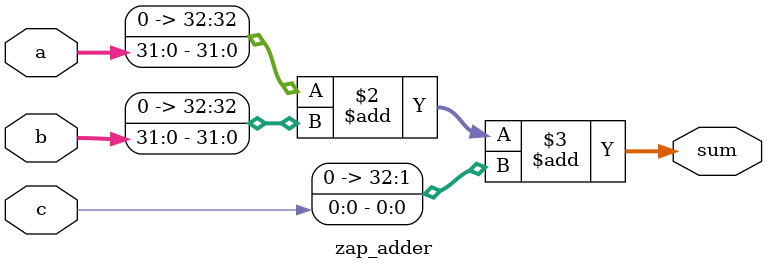
<source format=sv>

module zap_adder ( input [31:0] a, input [31:0] b, input c, output logic [32:0] sum );
        always_comb
        begin
                sum = {1'd0, a} + {1'd0, b} + {32'd0, c};
        end
endmodule

</source>
